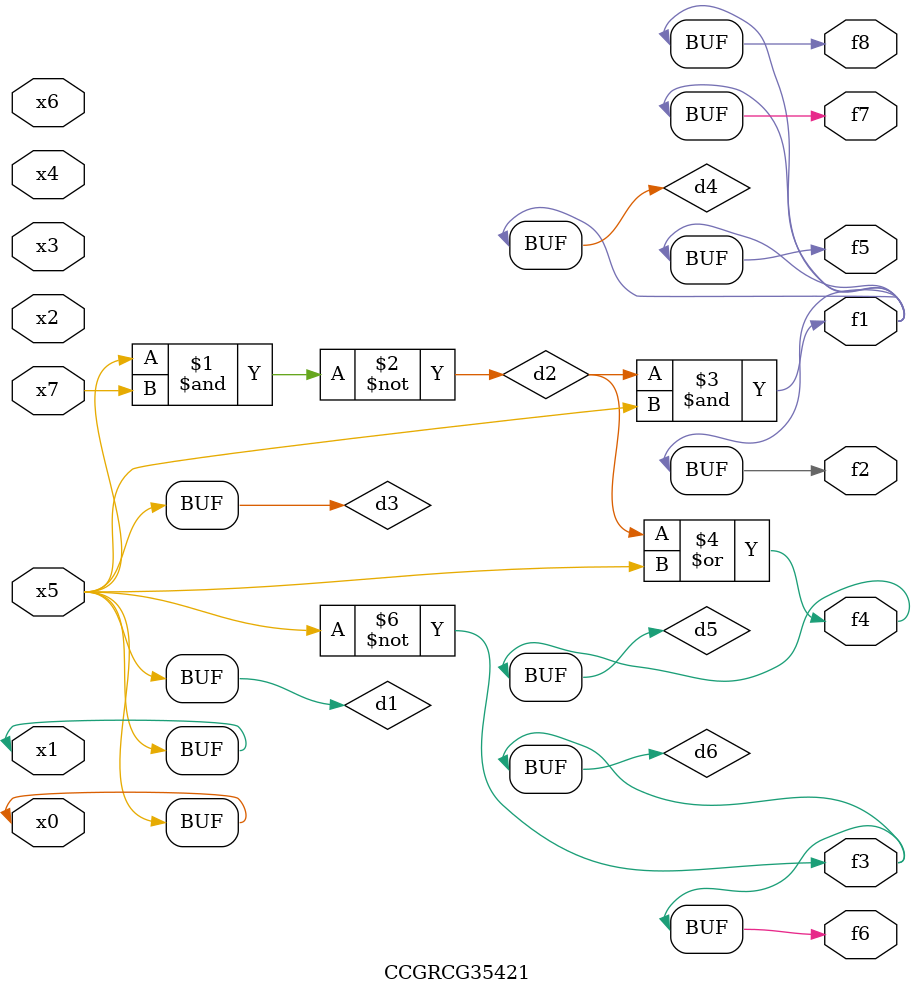
<source format=v>
module CCGRCG35421(
	input x0, x1, x2, x3, x4, x5, x6, x7,
	output f1, f2, f3, f4, f5, f6, f7, f8
);

	wire d1, d2, d3, d4, d5, d6;

	buf (d1, x0, x5);
	nand (d2, x5, x7);
	buf (d3, x0, x1);
	and (d4, d2, d3);
	or (d5, d2, d3);
	nor (d6, d1, d3);
	assign f1 = d4;
	assign f2 = d4;
	assign f3 = d6;
	assign f4 = d5;
	assign f5 = d4;
	assign f6 = d6;
	assign f7 = d4;
	assign f8 = d4;
endmodule

</source>
